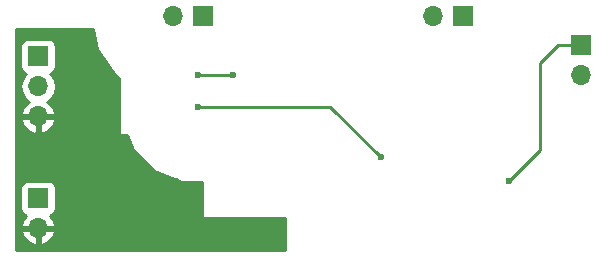
<source format=gbr>
G04 #@! TF.FileFunction,Copper,L2,Bot,Signal*
%FSLAX46Y46*%
G04 Gerber Fmt 4.6, Leading zero omitted, Abs format (unit mm)*
G04 Created by KiCad (PCBNEW 4.0.7) date 05/01/18 03:54:15*
%MOMM*%
%LPD*%
G01*
G04 APERTURE LIST*
%ADD10C,0.100000*%
%ADD11R,1.700000X1.700000*%
%ADD12O,1.700000X1.700000*%
%ADD13C,0.600000*%
%ADD14C,0.250000*%
%ADD15C,0.254000*%
G04 APERTURE END LIST*
D10*
D11*
X170000000Y-93000000D03*
D12*
X167460000Y-93000000D03*
D11*
X180000000Y-95460000D03*
D12*
X180000000Y-98000000D03*
D11*
X148000000Y-93000000D03*
D12*
X145460000Y-93000000D03*
D11*
X134000000Y-96460000D03*
D12*
X134000000Y-99000000D03*
X134000000Y-101540000D03*
D11*
X134000000Y-108460000D03*
D12*
X134000000Y-111000000D03*
D13*
X163000000Y-105000000D03*
X147500000Y-100700000D03*
X145700000Y-107000000D03*
X149300000Y-112000000D03*
X150500000Y-98000000D03*
X147500000Y-98000000D03*
X173850000Y-107000000D03*
D14*
X147500000Y-100700000D02*
X158700000Y-100700000D01*
X158700000Y-100700000D02*
X163000000Y-105000000D01*
X147500000Y-98000000D02*
X150500000Y-98000000D01*
X176500000Y-97000000D02*
X176500000Y-104350000D01*
X176500000Y-104350000D02*
X173850000Y-107000000D01*
X178040000Y-95460000D02*
X176500000Y-97000000D01*
X180000000Y-95460000D02*
X178040000Y-95460000D01*
D15*
G36*
X139014093Y-95806670D02*
X140526516Y-98070172D01*
X140873000Y-98301685D01*
X140873000Y-103000000D01*
X140883006Y-103049410D01*
X140911447Y-103091035D01*
X140953841Y-103118315D01*
X141000000Y-103127000D01*
X141548792Y-103127000D01*
X142048278Y-104335847D01*
X143854644Y-106145368D01*
X146215982Y-107125882D01*
X147873000Y-107127328D01*
X147873000Y-110000000D01*
X147883006Y-110049410D01*
X147911447Y-110091035D01*
X147953841Y-110118315D01*
X148000000Y-110127000D01*
X154873000Y-110127000D01*
X154873000Y-112873000D01*
X132127000Y-112873000D01*
X132127000Y-111356890D01*
X132558524Y-111356890D01*
X132728355Y-111766924D01*
X133118642Y-112195183D01*
X133643108Y-112441486D01*
X133873000Y-112320819D01*
X133873000Y-111127000D01*
X134127000Y-111127000D01*
X134127000Y-112320819D01*
X134356892Y-112441486D01*
X134881358Y-112195183D01*
X135271645Y-111766924D01*
X135441476Y-111356890D01*
X135320155Y-111127000D01*
X134127000Y-111127000D01*
X133873000Y-111127000D01*
X132679845Y-111127000D01*
X132558524Y-111356890D01*
X132127000Y-111356890D01*
X132127000Y-107610000D01*
X132502560Y-107610000D01*
X132502560Y-109310000D01*
X132546838Y-109545317D01*
X132685910Y-109761441D01*
X132898110Y-109906431D01*
X133006107Y-109928301D01*
X132728355Y-110233076D01*
X132558524Y-110643110D01*
X132679845Y-110873000D01*
X133873000Y-110873000D01*
X133873000Y-110853000D01*
X134127000Y-110853000D01*
X134127000Y-110873000D01*
X135320155Y-110873000D01*
X135441476Y-110643110D01*
X135271645Y-110233076D01*
X134995499Y-109930063D01*
X135085317Y-109913162D01*
X135301441Y-109774090D01*
X135446431Y-109561890D01*
X135497440Y-109310000D01*
X135497440Y-107610000D01*
X135453162Y-107374683D01*
X135314090Y-107158559D01*
X135101890Y-107013569D01*
X134850000Y-106962560D01*
X133150000Y-106962560D01*
X132914683Y-107006838D01*
X132698559Y-107145910D01*
X132553569Y-107358110D01*
X132502560Y-107610000D01*
X132127000Y-107610000D01*
X132127000Y-101896890D01*
X132558524Y-101896890D01*
X132728355Y-102306924D01*
X133118642Y-102735183D01*
X133643108Y-102981486D01*
X133873000Y-102860819D01*
X133873000Y-101667000D01*
X134127000Y-101667000D01*
X134127000Y-102860819D01*
X134356892Y-102981486D01*
X134881358Y-102735183D01*
X135271645Y-102306924D01*
X135441476Y-101896890D01*
X135320155Y-101667000D01*
X134127000Y-101667000D01*
X133873000Y-101667000D01*
X132679845Y-101667000D01*
X132558524Y-101896890D01*
X132127000Y-101896890D01*
X132127000Y-99000000D01*
X132485907Y-99000000D01*
X132598946Y-99568285D01*
X132920853Y-100050054D01*
X133261553Y-100277702D01*
X133118642Y-100344817D01*
X132728355Y-100773076D01*
X132558524Y-101183110D01*
X132679845Y-101413000D01*
X133873000Y-101413000D01*
X133873000Y-101393000D01*
X134127000Y-101393000D01*
X134127000Y-101413000D01*
X135320155Y-101413000D01*
X135441476Y-101183110D01*
X135271645Y-100773076D01*
X134881358Y-100344817D01*
X134738447Y-100277702D01*
X135079147Y-100050054D01*
X135401054Y-99568285D01*
X135514093Y-99000000D01*
X135401054Y-98431715D01*
X135079147Y-97949946D01*
X135037548Y-97922150D01*
X135085317Y-97913162D01*
X135301441Y-97774090D01*
X135446431Y-97561890D01*
X135497440Y-97310000D01*
X135497440Y-95610000D01*
X135453162Y-95374683D01*
X135314090Y-95158559D01*
X135101890Y-95013569D01*
X134850000Y-94962560D01*
X133150000Y-94962560D01*
X132914683Y-95006838D01*
X132698559Y-95145910D01*
X132553569Y-95358110D01*
X132502560Y-95610000D01*
X132502560Y-97310000D01*
X132546838Y-97545317D01*
X132685910Y-97761441D01*
X132898110Y-97906431D01*
X132965541Y-97920086D01*
X132920853Y-97949946D01*
X132598946Y-98431715D01*
X132485907Y-99000000D01*
X132127000Y-99000000D01*
X132127000Y-94127000D01*
X138679986Y-94127000D01*
X139014093Y-95806670D01*
X139014093Y-95806670D01*
G37*
X139014093Y-95806670D02*
X140526516Y-98070172D01*
X140873000Y-98301685D01*
X140873000Y-103000000D01*
X140883006Y-103049410D01*
X140911447Y-103091035D01*
X140953841Y-103118315D01*
X141000000Y-103127000D01*
X141548792Y-103127000D01*
X142048278Y-104335847D01*
X143854644Y-106145368D01*
X146215982Y-107125882D01*
X147873000Y-107127328D01*
X147873000Y-110000000D01*
X147883006Y-110049410D01*
X147911447Y-110091035D01*
X147953841Y-110118315D01*
X148000000Y-110127000D01*
X154873000Y-110127000D01*
X154873000Y-112873000D01*
X132127000Y-112873000D01*
X132127000Y-111356890D01*
X132558524Y-111356890D01*
X132728355Y-111766924D01*
X133118642Y-112195183D01*
X133643108Y-112441486D01*
X133873000Y-112320819D01*
X133873000Y-111127000D01*
X134127000Y-111127000D01*
X134127000Y-112320819D01*
X134356892Y-112441486D01*
X134881358Y-112195183D01*
X135271645Y-111766924D01*
X135441476Y-111356890D01*
X135320155Y-111127000D01*
X134127000Y-111127000D01*
X133873000Y-111127000D01*
X132679845Y-111127000D01*
X132558524Y-111356890D01*
X132127000Y-111356890D01*
X132127000Y-107610000D01*
X132502560Y-107610000D01*
X132502560Y-109310000D01*
X132546838Y-109545317D01*
X132685910Y-109761441D01*
X132898110Y-109906431D01*
X133006107Y-109928301D01*
X132728355Y-110233076D01*
X132558524Y-110643110D01*
X132679845Y-110873000D01*
X133873000Y-110873000D01*
X133873000Y-110853000D01*
X134127000Y-110853000D01*
X134127000Y-110873000D01*
X135320155Y-110873000D01*
X135441476Y-110643110D01*
X135271645Y-110233076D01*
X134995499Y-109930063D01*
X135085317Y-109913162D01*
X135301441Y-109774090D01*
X135446431Y-109561890D01*
X135497440Y-109310000D01*
X135497440Y-107610000D01*
X135453162Y-107374683D01*
X135314090Y-107158559D01*
X135101890Y-107013569D01*
X134850000Y-106962560D01*
X133150000Y-106962560D01*
X132914683Y-107006838D01*
X132698559Y-107145910D01*
X132553569Y-107358110D01*
X132502560Y-107610000D01*
X132127000Y-107610000D01*
X132127000Y-101896890D01*
X132558524Y-101896890D01*
X132728355Y-102306924D01*
X133118642Y-102735183D01*
X133643108Y-102981486D01*
X133873000Y-102860819D01*
X133873000Y-101667000D01*
X134127000Y-101667000D01*
X134127000Y-102860819D01*
X134356892Y-102981486D01*
X134881358Y-102735183D01*
X135271645Y-102306924D01*
X135441476Y-101896890D01*
X135320155Y-101667000D01*
X134127000Y-101667000D01*
X133873000Y-101667000D01*
X132679845Y-101667000D01*
X132558524Y-101896890D01*
X132127000Y-101896890D01*
X132127000Y-99000000D01*
X132485907Y-99000000D01*
X132598946Y-99568285D01*
X132920853Y-100050054D01*
X133261553Y-100277702D01*
X133118642Y-100344817D01*
X132728355Y-100773076D01*
X132558524Y-101183110D01*
X132679845Y-101413000D01*
X133873000Y-101413000D01*
X133873000Y-101393000D01*
X134127000Y-101393000D01*
X134127000Y-101413000D01*
X135320155Y-101413000D01*
X135441476Y-101183110D01*
X135271645Y-100773076D01*
X134881358Y-100344817D01*
X134738447Y-100277702D01*
X135079147Y-100050054D01*
X135401054Y-99568285D01*
X135514093Y-99000000D01*
X135401054Y-98431715D01*
X135079147Y-97949946D01*
X135037548Y-97922150D01*
X135085317Y-97913162D01*
X135301441Y-97774090D01*
X135446431Y-97561890D01*
X135497440Y-97310000D01*
X135497440Y-95610000D01*
X135453162Y-95374683D01*
X135314090Y-95158559D01*
X135101890Y-95013569D01*
X134850000Y-94962560D01*
X133150000Y-94962560D01*
X132914683Y-95006838D01*
X132698559Y-95145910D01*
X132553569Y-95358110D01*
X132502560Y-95610000D01*
X132502560Y-97310000D01*
X132546838Y-97545317D01*
X132685910Y-97761441D01*
X132898110Y-97906431D01*
X132965541Y-97920086D01*
X132920853Y-97949946D01*
X132598946Y-98431715D01*
X132485907Y-99000000D01*
X132127000Y-99000000D01*
X132127000Y-94127000D01*
X138679986Y-94127000D01*
X139014093Y-95806670D01*
M02*

</source>
